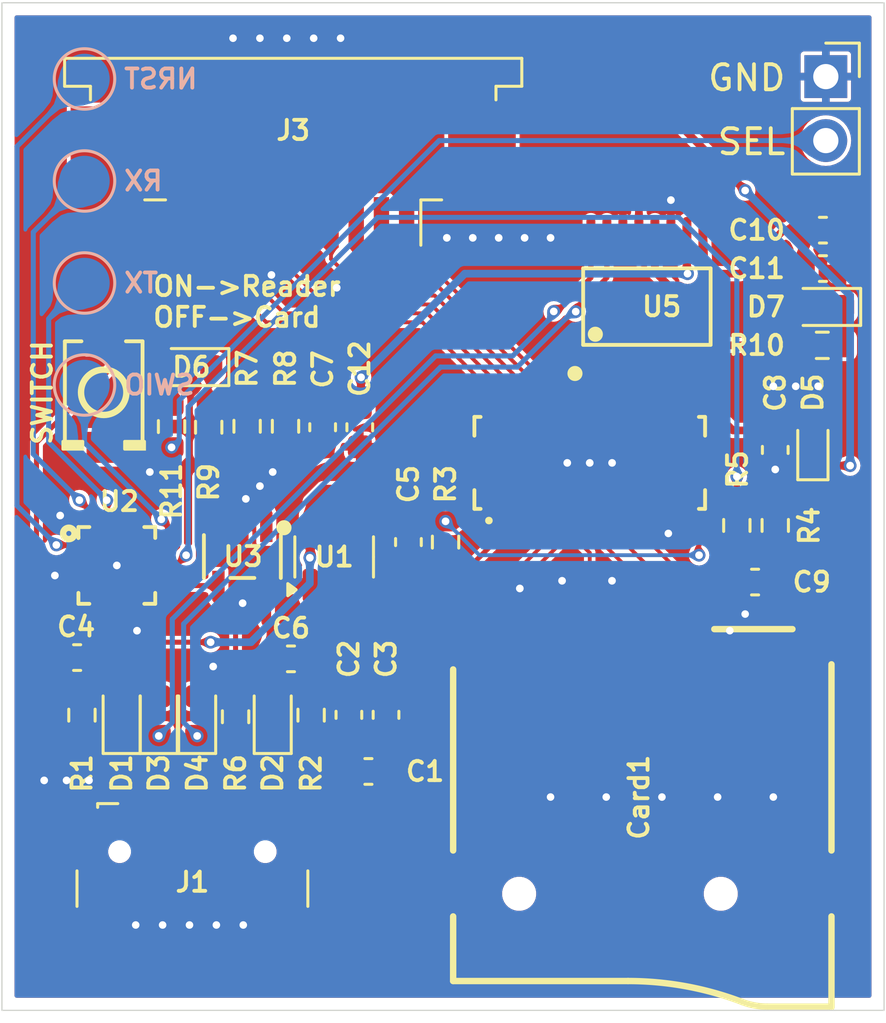
<source format=kicad_pcb>
(kicad_pcb (version 20240108) (generator "pcbnew") (generator_version "8.0")
  (title_block (date "2024-12-13") (rev "1"))
  (layers (0 "F.Cu" signal) (31 "B.Cu" signal) (34 "B.Paste" user) (35 "F.Paste" user) (36 "B.SilkS" user "B.Silkscreen") (37 "F.SilkS" user "F.Silkscreen") (38 "B.Mask" user) (39 "F.Mask" user) (44 "Edge.Cuts" user))
  (net 0 "")
  (net 1 "VBUS-USB")
  (net 2 "GND")
  (net 3 "VCC-3V3-LDO")
  (net 4 "VCC-READ")
  (net 5 "Net-(D5-A)")
  (net 6 "VDD-3V3")
  (net 7 "/CC1")
  (net 8 "/CC2")
  (net 9 "/D-")
  (net 10 "/D+")
  (net 11 "VCC-CARD")
  (net 12 "Net-(D6-K)")
  (net 13 "Net-(D7-K)")
  (net 16 "/SDC-CARD-CMD")
  (net 17 "/SDC-CARD-CLK")
  (net 18 "/SDC-CARD-D1")
  (net 19 "/SDC-CARD-D2")
  (net 20 "/SDC-CARD-D3")
  (net 21 "/SDC-CARD-D0")
  (net 22 "/SDC-CONN-CMD")
  (net 23 "/SDC-CONN-D0")
  (net 24 "/SDC-CONN-D2")
  (net 25 "/SDC-CONN-D1")
  (net 26 "/SDC-CONN-D3")
  (net 27 "/SDC-CONN-CLK")
  (net 28 "/READ-VCC-EN")
  (net 29 "Net-(U3-ISET)")
  (net 30 "Net-(U4-EN)")
  (net 31 "Net-(U4-SEL1)")
  (net 32 "/SEL")
  (net 33 "/SEL1-LED")
  (net 34 "/LED-READ")
  (net 35 "/SEL-BTN")
  (net 36 "Net-(U2-PD7{slash}NRST{slash}T2CH4)")
  (net 37 "Net-(U2-PD6{slash}A6{slash}URX)")
  (net 38 "Net-(U2-PD5{slash}A5{slash}UTX)")
  (net 39 "Net-(U2-PD1{slash}SWIO{slash}AETR2)")
  (net 55 "/SDC-READ-D0")
  (net 58 "/SDC-READ-CMD")
  (net 65 "/SDC-READ-D3")
  (net 66 "/SDC-READ-CLK")
  (net 67 "/SDC-READ-D2")
  (net 76 "/SDC-READ-D1")
  (footprint "from-lceda:SW-SMD_L3.9-W3.0-P4.45" (layer "F.Cu") (at 155.3464 95.4892 -90)
    (property "Reference" "SW1" (hide yes))
    (property "Value" "TS-1088-AR02016" (hide yes))
  )
  (footprint "Resistor_SMD:R_0603_1608Metric" (layer "F.Cu") (at 161.036 96.837 -90)
    (property "Reference" "R7")
    (property "Value" "6.8K" (hide yes))
  )
  (footprint "Diode_SMD:D_0603_1608Metric" (layer "F.Cu") (at 157.5308 108.3434 90)
    (property "Reference" "D3")
    (property "Value" "PESD0603-240" (hide yes))
  )
  (footprint "Resistor_SMD:R_0603_1608Metric" (layer "F.Cu") (at 183.8585 93.6244 180)
    (property "Reference" "R10")
    (property "Value" "1K" (hide yes))
  )
  (footprint "Package_TO_SOT_SMD:SOT-23-5" (layer "F.Cu") (at 164.4904 102.0245 90)
    (property "Reference" "U1")
    (property "Value" "ME6211C33M5" (hide yes))
  )
  (footprint "Resistor_SMD:R_0603_1608Metric" (layer "F.Cu") (at 163.576 108.3059 90)
    (property "Reference" "R2")
    (property "Value" "5.1K" (hide yes))
  )
  (footprint "Capacitor_SMD:C_0603_1608Metric" (layer "F.Cu") (at 162.7762 106.0704)
    (property "Reference" "C6")
    (property "Value" "2.2uF" (hide yes))
  )
  (footprint "from-lceda:SSOP-16_L4.9-W3.9-P0.64-LS6.0-BL" (layer "F.Cu") (at 176.8978 92.087)
    (property "Reference" "U5")
    (property "Value" "GL823K-HCY04" (hide yes))
  )
  (footprint "from-lceda:QFN-20_L3.0-W3.0-P0.40-TL-EP1.7" (layer "F.Cu") (at 155.867 102.362)
    (property "Reference" "U2")
    (property "Value" "CH32V003F4U6" (hide yes))
  )
  (footprint "Capacitor_SMD:C_0603_1608Metric" (layer "F.Cu") (at 181.991 97.777 -90)
    (property "Reference" "C8")
    (property "Value" "2.2uF" (hide yes))
  )
  (footprint "Capacitor_SMD:C_0603_1608Metric" (layer "F.Cu") (at 183.8835 90.5764)
    (property "Reference" "C11")
    (property "Value" "100nF" (hide yes))
  )
  (footprint "Capacitor_SMD:C_0603_1608Metric" (layer "F.Cu") (at 154.292 106.0196)
    (property "Reference" "C4")
    (property "Value" "0.1uF" (hide yes))
  )
  (footprint "Capacitor_SMD:C_0603_1608Metric" (layer "F.Cu") (at 183.8835 89.0524)
    (property "Reference" "C10")
    (property "Value" "2.2uF" (hide yes))
  )
  (footprint "Diode_SMD:D_0603_1608Metric" (layer "F.Cu") (at 156.0576 108.3434 90)
    (property "Reference" "D1")
    (property "Value" "PESD0603-240" (hide yes))
  )
  (footprint "Resistor_SMD:R_0603_1608Metric" (layer "F.Cu") (at 158.0388 96.8492 -90)
    (property "Reference" "R11")
    (property "Value" "10K" (hide yes))
  )
  (footprint "Resistor_SMD:R_0603_1608Metric" (layer "F.Cu") (at 154.4828 108.3059 90)
    (property "Reference" "R1")
    (property "Value" "5.1K" (hide yes))
  )
  (footprint "from-lceda:WFQFN-42_L9.0-W3.5-P0.50-BL-EP" (layer "F.Cu") (at 174.627999 98.291)
    (property "Reference" "U4" (hide yes))
    (property "Value" "TS3DV642A0RUAR" (hide yes))
  )
  (footprint "Diode_SMD:D_SOD-523" (layer "F.Cu") (at 183.484849 97.702 90)
    (property "Reference" "D5")
    (property "Value" "D_Schottky" (hide yes))
  )
  (footprint "LED_SMD:LED_0603_1608Metric" (layer "F.Cu") (at 183.896 92.1004 180)
    (property "Reference" "D7")
    (property "Value" "LED" (hide yes))
  )
  (footprint "Connector_PinSocket_2.54mm:PinSocket_1x02_P2.54mm_Vertical" (layer "F.Cu") (at 183.9976 82.9564)
    (property "Reference" "J2" (hide yes))
    (property "Value" "Conn_01x02_Pin" (hide yes))
  )
  (footprint "Diode_SMD:D_0603_1608Metric" (layer "F.Cu") (at 159.0548 108.3434 90)
    (property "Reference" "D4")
    (property "Value" "PESD0603-240" (hide yes))
  )
  (footprint "Resistor_SMD:R_0603_1608Metric" (layer "F.Cu") (at 160.5788 108.3686 -90)
    (property "Reference" "R6")
    (property "Value" "100K" (hide yes))
  )
  (footprint "Connector_USB:USB_C_Receptacle_GCT_USB4110" (layer "F.Cu") (at 158.8666 116.332)
    (property "Reference" "J1")
    (property "Value" "USB_C_Receptacle_USB2.0_16P" (hide yes))
  )
  (footprint "LED_SMD:LED_0603_1608Metric" (layer "F.Cu") (at 158.8263 94.488 180)
    (property "Reference" "D6")
    (property "Value" "LED" (hide yes))
  )
  (footprint "Resistor_SMD:R_0603_1608Metric" (layer "F.Cu") (at 181.991 100.774 90)
    (property "Reference" "R4")
    (property "Value" "10K" (hide yes))
  )
  (footprint "Resistor_SMD:R_0603_1608Metric" (layer "F.Cu") (at 159.512 96.8756 -90)
    (property "Reference" "R9")
    (property "Value" "1K" (hide yes))
  )
  (footprint "Capacitor_SMD:C_0603_1608Metric" (layer "F.Cu") (at 166.5478 108.2926 -90)
    (property "Reference" "C3")
    (property "Value" "1uF" (hide yes))
  )
  (footprint "from-lceda:SOT-23-5_L3.0-W1.7-P0.95-LS2.8-BL" (layer "F.Cu") (at 160.848 102.008 180)
    (property "Reference" "U3")
    (property "Value" "SY6280AAC" (hide yes))
  )
  (footprint "Capacitor_SMD:C_0603_1608Metric" (layer "F.Cu") (at 165.0746 108.2932 90)
    (property "Reference" "C2")
    (property "Value" "2.2uF" (hide yes))
  )
  (footprint "Connector_FFC-FPC:TE_1-84952-0_1x10-1MP_P1.0mm_Horizontal" (layer "F.Cu") (at 162.8648 86.94 180)
    (property "Reference" "J3")
    (property "Value" "Conn_01x10_MountingPin" (hide yes))
  )
  (footprint "Capacitor_SMD:C_0603_1608Metric" (layer "F.Cu") (at 165.8496 110.5408)
    (property "Reference" "C1")
    (property "Value" "2.2uF" (hide yes))
  )
  (footprint "Resistor_SMD:R_0603_1608Metric" (layer "F.Cu") (at 180.467 100.774 -90)
    (property "Reference" "R5")
    (property "Value" "10K" (hide yes))
  )
  (footprint "Resistor_SMD:R_0603_1608Metric" (layer "F.Cu") (at 168.91 101.4354 -90)
    (property "Reference" "R3")
    (property "Value" "10K" (hide yes))
  )
  (footprint "Capacitor_SMD:C_0603_1608Metric" (layer "F.Cu") (at 164.0332 96.8756 90)
    (property "Reference" "C7")
    (property "Value" "2.2uF" (hide yes))
  )
  (footprint "Capacitor_SMD:C_0603_1608Metric" (layer "F.Cu") (at 165.5064 96.8756 -90)
    (property "Reference" "C12")
    (property "Value" "2.2uF" (hide yes))
  )
  (footprint "Diode_SMD:D_0603_1608Metric" (layer "F.Cu") (at 162.052 108.3434 90)
    (property "Reference" "D2")
    (property "Value" "PESD0603-240" (hide yes))
  )
  (footprint "Capacitor_SMD:C_0603_1608Metric" (layer "F.Cu") (at 181.1906 103.0224 180)
    (property "Reference" "C9")
    (property "Value" "2.2uF" (hide yes))
  )
  (footprint "Resistor_SMD:R_0603_1608Metric" (layer "F.Cu") (at 162.56 96.837 90)
    (property "Reference" "R8")
    (property "Value" "6.8K" (hide yes))
  )
  (footprint "Capacitor_SMD:C_0603_1608Metric" (layer "F.Cu") (at 167.4368 101.4346 -90)
    (property "Reference" "C5")
    (property "Value" "1uF" (hide yes))
  )
  (footprint "from-lceda:TF-SMD_TF-15-15" (layer "F.Cu") (at 176.58 109.7965 -90)
    (property "Reference" "Card1")
    (property "Value" "TF-15×15" (hide yes))
  )
  (footprint "TestPoint:TestPoint_Pad_D2.0mm" (layer "B.Cu") (at 154.5844 91.1492 180)
    (property "Reference" "TP3" (hide yes))
    (property "Value" "TX" (hide yes))
  )
  (footprint "TestPoint:TestPoint_Pad_D2.0mm" (layer "B.Cu") (at 154.5844 87.0992 180)
    (property "Reference" "TP2" (hide yes))
    (property "Value" "RX" (hide yes))
  )
  (footprint "TestPoint:TestPoint_Pad_D2.0mm" (layer "B.Cu") (at 154.5844 83.0492 180)
    (property "Reference" "TP1" (hide yes))
    (property "Value" "NRST" (hide yes))
  )
  (footprint "TestPoint:TestPoint_Pad_D2.0mm" (layer "B.Cu") (at 154.5844 95.1992 180)
    (property "Reference" "TP4" (hide yes))
    (property "Value" "SWIO" (hide yes))
  )
  (gr_rect (start 151.3084 80.0252) (end 186.3084 120.0252) (stroke (width 0.05)) (fill none) (layer "Edge.Cuts"))
  (gr_text "TX" (at 156.830485 91.1492 0) (layer "B.SilkS") (effects (font (size 0.762 0.762) (thickness 0.1524)) (justify mirror)))
  (gr_text "RX" (at 156.9212 87.0992 0) (layer "B.SilkS") (effects (font (size 0.762 0.762) (thickness 0.1524)) (justify mirror)))
  (gr_text "NRST" (at 157.610628 83.0492 0) (layer "B.SilkS") (effects (font (size 0.762 0.762) (thickness 0.1524)) (justify mirror)))
  (gr_text "SWIO" (at 157.5562 95.1992 0) (layer "B.SilkS") (effects (font (size 0.762 0.762) (thickness 0.1524)) (justify mirror)))
  (gr_text "SWITCH" (at 152.908 95.504 90) (layer "F.SilkS") (effects (font (size 0.762 0.762) (thickness 0.1524))))
  (gr_text "SEL" (at 181.0512 85.5472 0) (layer "F.SilkS") (effects (font (size 1 1))))
  (gr_text "GND" (at 180.860724 83.0072 0) (layer "F.SilkS") (effects (font (size 1 1))))
  (gr_text "ON->Reader\nOFF->Card" (at 157.226 91.8972 0) (layer "F.SilkS") (effects (font (size 0.762 0.762) (thickness 0.1524)) (justify left)))
  (segment (start 166.5478 107.5176) (end 166.5478 103.759) (width 0.381) (layer "F.Cu") (net 1))
  (segment (start 163.5404 103.162) (end 161.798 103.162) (width 0.381) (layer "F.Cu") (net 1))
  (segment (start 165.9508 103.162) (end 165.4404 103.162) (width 0.381) (layer "F.Cu") (net 1))
  (segment (start 165.0746 110.5408) (end 164.1094 111.506) (width 0.381) (layer "F.Cu") (net 1))
  (segment (start 157.184001 113.9444) (end 160.6296 113.9444) (width 0.381) (layer "F.Cu") (net 1))
  (segment (start 165.0746 108.9908) (end 166.5478 107.5176) (width 0.381) (layer "F.Cu") (net 1))
  (segment (start 161.6456 111.506) (end 161.2666 111.885) (width 0.381) (layer "F.Cu") (net 1))
  (segment (start 161.2666 113.3074) (end 161.2666 112.652) (width 0.381) (layer "F.Cu") (net 1))
  (segment (start 166.5478 103.759) (end 165.9508 103.162) (width 0.381) (layer "F.Cu") (net 1))
  (segment (start 165.4404 104.0536) (end 164.9984 104.4956) (width 0.381) (layer "F.Cu") (net 1))
  (segment (start 161.2666 111.885) (end 161.2666 112.652) (width 0.381) (layer "F.Cu") (net 1))
  (segment (start 161.798 103.162) (end 161.798 104.5972) (width 0.381) (layer "F.Cu") (net 1))
  (segment (start 165.0746 109.0682) (end 165.0746 108.9908) (width 0.381) (layer "F.Cu") (net 1))
  (segment (start 163.9824 104.4956) (end 163.5404 104.0536) (width 0.381) (layer "F.Cu") (net 1))
  (segment (start 163.5404 104.0536) (end 163.5404 103.162) (width 0.381) (layer "F.Cu") (net 1))
  (segment (start 164.1094 111.506) (end 161.6456 111.506) (width 0.381) (layer "F.Cu") (net 1))
  (segment (start 165.4404 103.162) (end 165.4404 104.0536) (width 0.381) (layer "F.Cu") (net 1))
  (segment (start 156.4666 112.652) (end 156.4666 113.226999) (width 0.381) (layer "F.Cu") (net 1))
  (segment (start 164.9984 104.4956) (end 163.9824 104.4956) (width 0.381) (layer "F.Cu") (net 1))
  (segment (start 162.0012 104.8004) (end 162.0012 106.0704) (width 0.381) (layer "F.Cu") (net 1))
  (segment (start 165.0746 109.0682) (end 165.0746 110.5408) (width 0.381) (layer "F.Cu") (net 1))
  (segment (start 161.798 104.5972) (end 162.0012 104.8004) (width 0.381) (layer "F.Cu") (net 1))
  (segment (start 156.4666 113.226999) (end 157.184001 113.9444) (width 0.381) (layer "F.Cu") (net 1))
  (segment (start 160.6296 113.9444) (end 161.2666 113.3074) (width 0.381) (layer "F.Cu") (net 1))
  (segment (start 153.4096 102.762) (end 154.367 102.762) (width 0.2) (layer "F.Cu") (net 2))
  (via (at 175.516999 98.291) (size 0.508) (drill 0.3048) (layers "F.Cu" "B.Cu") (net 2))
  (via (at 153.4096 102.762) (size 0.508) (drill 0.3048) (layers "F.Cu" "B.Cu") (net 2))
  (via (at 162.052 98.6536) (size 0.508) (drill 0.3048) (layers "F.Cu" "B.Cu") (net 2))
  (via (at 160.8836 116.6368) (size 0.6) (drill 0.3) (layers "F.Cu" "B.Cu") (net 2))
  (via (at 159.6898 106.3752) (size 0.508) (drill 0.3048) (layers "F.Cu" "B.Cu") (net 2))
  (via (at 168.9608 89.3572) (size 0.508) (drill 0.3048) (layers "F.Cu" "B.Cu") (net 2))
  (via (at 181.991 98.552) (size 0.508) (drill 0.3048) (layers "F.Cu" "B.Cu") (net 2))
  (via (at 154.7622 110.8964) (size 0.508) (drill 0.3048) (layers "F.Cu" "B.Cu") (net 2))
  (via (at 175.514 102.9716) (size 0.508) (drill 0.3048) (layers "F.Cu" "B.Cu") (net 2))
  (via (at 156.6164 116.6368) (size 0.6) (drill 0.3) (layers "F.Cu" "B.Cu") (net 2))
  (via (at 174.629999 98.291) (size 0.508) (drill 0.3048) (layers "F.Cu" "B.Cu") (net 2))
  (via (at 173.738999 98.291) (size 0.508) (drill 0.3048) (layers "F.Cu" "B.Cu") (net 2))
  (via (at 162.0012 90.8304) (size 0.508) (drill 0.3048) (layers "F.Cu" "B.Cu") (net 2))
  (via (at 152.9842 110.8964) (size 0.508) (drill 0.3048) (layers "F.Cu" "B.Cu") (net 2))
  (via (at 163.6776 81.4324) (size 0.6) (drill 0.3) (layers "F.Cu" "B.Cu") (net 2))
  (via (at 173.5328 102.9716) (size 0.508) (drill 0.3048) (layers "F.Cu" "B.Cu") (net 2))
  (via (at 162.6108 81.4324) (size 0.6) (drill 0.3) (layers "F.Cu" "B.Cu") (net 2))
  (via (at 177.8508 87.8586) (size 0.508) (drill 0.3048) (layers "F.Cu" "B.Cu") (net 2))
  (via (at 179.705 111.5568) (size 0.6) (drill 0.3) (layers "F.Cu" "B.Cu") (net 2))
  (via (at 161.544 81.4324) (size 0.6) (drill 0.3) (layers "F.Cu" "B.Cu") (net 2))
  (via (at 153.6192 100.3808) (size 0.508) (drill 0.3048) (layers "F.Cu" "B.Cu") (net 2))
  (via (at 171.0182 89.3572) (size 0.508) (drill 0.3048) (layers "F.Cu" "B.Cu") (net 2))
  (via (at 183.6928 95.25) (size 0.508) (drill 0.3048) (layers "F.Cu" "B.Cu") (net 2))
  (via (at 181.9148 111.5568) (size 0.6) (drill 0.3) (layers "F.Cu" "B.Cu") (net 2))
  (via (at 156.6672 104.9528) (size 0.508) (drill 0.3048) (layers "F.Cu" "B.Cu") (net 2))
  (via (at 180.1876 104.9528) (size 0.6) (drill 0.3) (layers "F.Cu" "B.Cu") (net 2))
  (via (at 157.6832 116.6368) (size 0.6) (drill 0.3) (layers "F.Cu" "B.Cu") (net 2))
  (via (at 153.8732 110.8964) (size 0.508) (drill 0.3048) (layers "F.Cu" "B.Cu") (net 2))
  (via (at 161.544 99.2124) (size 0.508) (drill 0.3048) (layers "F.Cu" "B.Cu") (net 2))
  (via (at 182.8038 95.25) (size 0.508) (drill 0.3048) (layers "F.Cu" "B.Cu") (net 2))
  (via (at 158.75 116.6368) (size 0.6) (drill 0.3) (layers "F.Cu" "B.Cu") (net 2))
  (via (at 171.8564 103.2764) (size 0.508) (drill 0.3048) (layers "F.Cu" "B.Cu") (net 2))
  (via (at 160.8582 103.8606) (size 0.508) (drill 0.3048) (layers "F.Cu" "B.Cu") (net 2))
  (via (at 177.4952 111.5568) (size 0.6) (drill 0.3) (layers "F.Cu" "B.Cu") (net 2))
  (via (at 169.9895 89.3572) (size 0.508) (drill 0.3048) (layers "F.Cu" "B.Cu") (net 2))
  (via (at 159.8168 116.6368) (size 0.6) (drill 0.3) (layers "F.Cu" "B.Cu") (net 2))
  (via (at 181.9148 95.25) (size 0.508) (drill 0.3048) (layers "F.Cu" "B.Cu") (net 2))
  (via (at 160.9852 99.7204) (size 0.508) (drill 0.3048) (layers "F.Cu" "B.Cu") (net 2))
  (via (at 164.592 91.3384) (size 0.508) (drill 0.3048) (layers "F.Cu" "B.Cu") (net 2))
  (via (at 172.0469 89.3572) (size 0.508) (drill 0.3048) (layers "F.Cu" "B.Cu") (net 2))
  (via (at 157.1752 98.6536) (size 0.508) (drill 0.3048) (layers "F.Cu" "B.Cu") (net 2))
  (via (at 164.7444 81.4324) (size 0.6) (drill 0.3) (layers "F.Cu" "B.Cu") (net 2))
  (via (at 173.0756 89.3572) (size 0.508) (drill 0.3048) (layers "F.Cu" "B.Cu") (net 2))
  (via (at 175.2854 111.5568) (size 0.6) (drill 0.3) (layers "F.Cu" "B.Cu") (net 2))
  (via (at 180.7972 104.2924) (size 0.6) (drill 0.3) (layers "F.Cu" "B.Cu") (net 2))
  (via (at 173.0756 111.5568) (size 0.6) (drill 0.3) (layers "F.Cu" "B.Cu") (net 2))
  (via (at 177.7492 101.092) (size 0.6) (drill 0.3) (layers "F.Cu" "B.Cu") (net 2))
  (via (at 160.4772 81.4324) (size 0.6) (drill 0.3) (layers "F.Cu" "B.Cu") (net 2))
  (via (at 155.867 102.362) (size 0.508) (drill 0.3048) (layers "F.Cu" "B.Cu") (net 2))
  (segment (start 152.6794 97.4852) (end 155.6766 94.488) (width 0.2) (layer "F.Cu") (net 3))
  (segment (start 167.4368 100.6596) (end 168.8608 100.6596) (width 0.3048) (layer "F.Cu") (net 3))
  (segment (start 158.0388 96.0242) (end 158.0388 94.488) (width 0.199898) (layer "F.Cu") (net 3))
  (segment (start 166.878 99.314) (end 167.4368 99.8728) (width 0.3048) (layer "F.Cu") (net 3))
  (segment (start 181.844 100.9958) (end 181.991 101.1428) (width 0.1524) (layer "F.Cu") (net 3))
  (segment (start 168.8608 100.6596) (end 168.91 100.6104) (width 0.3048) (layer "F.Cu") (net 3))
  (segment (start 163.5404 100.887) (end 163.5404 99.8322) (width 0.3048) (layer "F.Cu") (net 3))
  (segment (start 170.629999 100.438801) (end 170.4584 100.6104) (width 0.199898) (layer "F.Cu") (net 3))
  (segment (start 155.067 106.0196) (end 155.067 103.862) (width 0.2) (layer "F.Cu") (net 3))
  (segment (start 155.6766 94.488) (end 158.0388 94.488) (width 0.2) (layer "F.Cu") (net 3))
  (segment (start 164.0586 99.314) (end 166.878 99.314) (width 0.3048) (layer "F.Cu") (net 3))
  (segment (start 181.991 101.1428) (end 181.991 101.599) (width 0.1524) (layer "F.Cu") (net 3))
  (segment (start 157.5054 105.41) (end 156.8958 106.0196) (width 0.2) (layer "F.Cu") (net 3))
  (segment (start 159.5882 105.41) (end 157.5054 105.41) (width 0.2) (layer "F.Cu") (net 3))
  (segment (start 170.629999 99.949) (end 170.629999 100.438801) (width 0.199898) (layer "F.Cu") (net 3))
  (segment (start 163.5252 102.0572) (end 163.5404 102.042) (width 0.3048) (layer "F.Cu") (net 3))
  (segment (start 156.8958 106.0196) (end 155.067 106.0196) (width 0.2) (layer "F.Cu") (net 3))
  (segment (start 170.4584 100.6104) (end 168.91 100.6104) (width 0.199898) (layer "F.Cu") (net 3))
  (segment (start 178.9684 101.9556) (end 178.9684 101.5492) (width 0.1524) (layer "F.Cu") (net 3))
  (segment (start 167.4368 99.8728) (end 167.4368 100.6596) (width 0.3048) (layer "F.Cu") (net 3))
  (segment (start 163.5404 99.8322) (end 164.0586 99.314) (width 0.3048) (layer "F.Cu") (net 3))
  (segment (start 155.067 106.0196) (end 152.6794 103.632) (width 0.2) (layer "F.Cu") (net 3))
  (segment (start 178.9684 101.5492) (end 179.5218 100.9958) (width 0.1524) (layer "F.Cu") (net 3))
  (segment (start 163.5404 102.042) (end 163.5404 100.887) (width 0.3048) (layer "F.Cu") (net 3))
  (segment (start 152.6794 103.632) (end 152.6794 97.4852) (width 0.2) (layer "F.Cu") (net 3))
  (segment (start 179.5218 100.9958) (end 181.844 100.9958) (width 0.1524) (layer "F.Cu") (net 3))
  (via (at 168.91 100.6104) (size 0.508) (drill 0.3048) (layers "F.Cu" "B.Cu") (net 3))
  (via (at 159.5882 105.41) (size 0.508) (drill 0.3048) (layers "F.Cu" "B.Cu") (net 3))
  (via (at 178.9684 101.9556) (size 0.508) (drill 0.3048) (layers "F.Cu" "B.Cu") (net 3))
  (via (at 163.5252 102.0572) (size 0.508) (drill 0.3048) (layers "F.Cu" "B.Cu") (net 3))
  (segment (start 168.91 100.6104) (end 170.2552 101.9556) (width 0.1524) (layer "B.Cu") (net 3))
  (segment (start 170.2552 101.9556) (end 178.9684 101.9556) (width 0.1524) (layer "B.Cu") (net 3))
  (segment (start 161.1884 105.41) (end 163.5252 103.0732) (width 0.3048) (layer "B.Cu") (net 3))
  (segment (start 163.5252 103.0732) (end 163.5252 102.0572) (width 0.3048) (layer "B.Cu") (net 3))
  (segment (start 159.5882 105.41) (end 161.1884 105.41) (width 0.3048) (layer "B.Cu") (net 3))
  (segment (start 164.0202 97.6506) (end 164.0332 97.6506) (width 0.3048) (layer "F.Cu") (net 4))
  (segment (start 164.0332 97.6376) (end 164.0332 97.6506) (width 0.3048) (layer "F.Cu") (net 4))
  (segment (start 161.798 100.854) (end 161.798 99.8728) (width 0.3048) (layer "F.Cu") (net 4))
  (segment (start 178.4858 90.7542) (end 178.4858 89.432) (width 0.3048) (layer "F.Cu") (net 4))
  (segment (start 178.5112 90.7796) (end 178.4858 90.7542) (width 0.3048) (layer "F.Cu") (net 4))
  (segment (start 165.5572 94.8944) (end 165.5572 96.1136) (width 0.3048) (layer "F.Cu") (net 4))
  (segment (start 165.5572 96.1136) (end 164.0332 97.6376) (width 0.3048) (layer "F.Cu") (net 4))
  (segment (start 161.798 99.8728) (end 164.0202 97.6506) (width 0.3048) (layer "F.Cu") (net 4))
  (via (at 165.5572 94.8944) (size 0.508) (drill 0.3048) (layers "F.Cu" "B.Cu") (net 4))
  (via (at 178.5112 90.7796) (size 0.508) (drill 0.3048) (layers "F.Cu" "B.Cu") (net 4))
  (segment (start 169.672 90.7796) (end 178.5112 90.7796) (width 0.3048) (layer "B.Cu") (net 4))
  (segment (start 165.5572 94.8944) (end 169.672 90.7796) (width 0.3048) (layer "B.Cu") (net 4))
  (segment (start 179.1208 95.8088) (end 180.314 97.002) (width 0.3048) (layer "F.Cu") (net 5))
  (segment (start 180.314 97.002) (end 181.991 97.002) (width 0.3048) (layer "F.Cu") (net 5))
  (segment (start 179.1208 94.742) (end 179.1208 95.8088) (width 0.3048) (layer "F.Cu") (net 5))
  (segment (start 181.991 97.002) (end 183.484849 97.002) (width 0.3048) (layer "F.Cu") (net 5))
  (segment (start 177.3428 87.0204) (end 178.4604 87.0204) (width 0.3048) (layer "F.Cu") (net 6))
  (segment (start 180.594 90.7796) (end 182.3212 89.0524) (width 0.3048) (layer "F.Cu") (net 6))
  (segment (start 178.4604 87.0204) (end 179.1208 87.6808) (width 0.3048) (layer "F.Cu") (net 6))
  (segment (start 179.5272 90.7796) (end 180.594 90.7796) (width 0.3048) (layer "F.Cu") (net 6))
  (segment (start 179.1208 87.6808) (end 179.1208 89.432) (width 0.3048) (layer "F.Cu") (net 6))
  (segment (start 179.1208 89.432) (end 179.1208 90.3732) (width 0.3048) (layer "F.Cu") (net 6))
  (segment (start 179.1208 90.3732) (end 179.5272 90.7796) (width 0.3048) (layer "F.Cu") (net 6))
  (segment (start 176.5808 87.7824) (end 177.3428 87.0204) (width 0.3048) (layer "F.Cu") (net 6))
  (segment (start 182.3212 89.0524) (end 183.1085 89.0524) (width 0.3048) (layer "F.Cu") (net 6))
  (segment (start 183.1085 89.0524) (end 183.1085 90.5764) (width 0.3048) (layer "F.Cu") (net 6))
  (segment (start 176.5808 89.432) (end 176.5808 87.7824) (width 0.3048) (layer "F.Cu") (net 6))
  (segment (start 183.1085 90.5764) (end 183.1085 92.1004) (width 0.3048) (layer "F.Cu") (net 6))
  (segment (start 156.0576 109.1309) (end 154.4828 109.1309) (width 0.2) (layer "F.Cu") (net 7))
  (segment (start 157.6166 110.6899) (end 156.0576 109.1309) (width 0.2) (layer "F.Cu") (net 7))
  (segment (start 157.6166 112.652) (end 157.6166 110.6899) (width 0.2) (layer "F.Cu") (net 7))
  (segment (start 162.052 110.0836) (end 160.6166 111.519) (width 0.2) (layer "F.Cu") (net 8))
  (segment (start 162.052 109.1309) (end 163.576 109.1309) (width 0.2) (layer "F.Cu") (net 8))
  (segment (start 162.052 109.1309) (end 162.052 110.0836) (width 0.2) (layer "F.Cu") (net 8))
  (segment (start 160.6166 111.519) (end 160.6166 112.652) (width 0.2) (layer "F.Cu") (net 8))
  (segment (start 158.1166 112.652) (end 158.1166 110.3646) (width 0.2) (layer "F.Cu") (net 9))
  (segment (start 173.2026 92.2782) (end 173.341398 92.2782) (width 0.2) (layer "F.Cu") (net 9))
  (segment (start 158.9786 113.4872) (end 159.1166 113.3492) (width 0.2) (layer "F.Cu") (net 9))
  (segment (start 158.1166 113.3618) (end 158.242 113.4872) (width 0.2) (layer "F.Cu") (net 9))
  (segment (start 157.5308 109.7788) (end 157.5308 109.1309) (width 0.2) (layer "F.Cu") (net 9))
  (segment (start 158.1166 112.652) (end 158.1166 113.3618) (width 0.2) (layer "F.Cu") (net 9))
  (segment (start 174.6758 90.943798) (end 174.6758 89.432) (width 0.2) (layer "F.Cu") (net 9))
  (segment (start 159.1166 113.3492) (end 159.1166 112.652) (width 0.2) (layer "F.Cu") (net 9))
  (segment (start 158.242 113.4872) (end 158.9786 113.4872) (width 0.2) (layer "F.Cu") (net 9))
  (segment (start 173.341398 92.2782) (end 174.6758 90.943798) (width 0.2) (layer "F.Cu") (net 9))
  (segment (start 158.1166 110.3646) (end 157.5308 109.7788) (width 0.2) (layer "F.Cu") (net 9))
  (via (at 173.2026 92.2782) (size 0.508) (drill 0.3048) (layers "F.Cu" "B.Cu") (net 9))
  (via (at 157.5308 109.1309) (size 0.508) (drill 0.3048) (layers "F.Cu" "B.Cu") (net 9))
  (segment (start 168.517147 94.044698) (end 158.067799 104.494046) (width 0.2) (layer "B.Cu") (net 9))
  (segment (start 173.2026 92.417854) (end 171.575756 94.044698) (width 0.2) (layer "B.Cu") (net 9))
  (segment (start 158.067799 104.494046) (end 158.067799 108.593901) (width 0.2) (layer "B.Cu") (net 9))
  (segment (start 171.575756 94.044698) (end 168.517147 94.044698) (width 0.2) (layer "B.Cu") (net 9))
  (segment (start 158.067799 108.593901) (end 157.5308 109.1309) (width 0.2) (layer "B.Cu") (net 9))
  (segment (start 173.2026 92.2782) (end 173.2026 92.417854) (width 0.2) (layer "B.Cu") (net 9))
  (segment (start 159.0548 109.9312) (end 159.0548 109.1309) (width 0.2) (layer "F.Cu") (net 10))
  (segment (start 158.616837 111.625221) (end 158.801037 111.809421) (width 0.2) (layer "F.Cu") (net 10))
  (segment (start 158.6166 112.652) (end 158.6166 111.7092) (width 0.2) (layer "F.Cu") (net 10))
  (segment (start 158.6166 110.3694) (end 159.0548 109.9312) (width 0.2) (layer "F.Cu") (net 10))
  (segment (start 174.07458 92.174956) (end 175.3108 90.938736) (width 0.2) (layer "F.Cu") (net 10))
  (segment (start 158.6166 112.652) (end 158.6166 111.995) (width 0.2) (layer "F.Cu") (net 10))
  (segment (start 158.6166 111.995) (end 158.8008 111.8108) (width 0.2) (layer "F.Cu") (net 10))
  (segment (start 158.6166 111.7092) (end 158.6166 110.3694) (width 0.2) (layer "F.Cu") (net 10))
  (segment (start 159.6166 112.017) (end 159.6166 112.652) (width 0.2) (layer "F.Cu") (net 10))
  (segment (start 174.07458 92.28658) (end 174.07458 92.174956) (width 0.2) (layer "F.Cu") (net 10))
  (segment (start 159.4104 111.8108) (end 159.6166 112.017) (width 0.2) (layer "F.Cu") (net 10))
  (segment (start 175.3108 90.938736) (end 175.3108 89.432) (width 0.2) (layer "F.Cu") (net 10))
  (segment (start 158.8008 111.8108) (end 159.4104 111.8108) (width 0.2) (layer "F.Cu") (net 10))
  (via (at 159.0548 109.1309) (size 0.508) (drill 0.3048) (layers "F.Cu" "B.Cu") (net 10))
  (via (at 174.07458 92.28658) (size 0.508) (drill 0.3048) (layers "F.Cu" "B.Cu") (net 10))
  (segment (start 173.95622 92.28658) (end 171.7548 94.488) (width 0.2) (layer "B.Cu") (net 10))
  (segment (start 171.7548 94.488) (end 168.712048 94.488) (width 0.2) (layer "B.Cu") (net 10))
  (segment (start 174.07458 92.28658) (end 173.95622 92.28658) (width 0.2) (layer "B.Cu") (net 10))
  (segment (start 158.517801 104.682247) (end 158.517801 108.593901) (width 0.2) (layer "B.Cu") (net 10))
  (segment (start 168.712048 94.488) (end 158.517801 104.682247) (width 0.2) (layer "B.Cu") (net 10))
  (segment (start 158.517801 108.593901) (end 159.0548 109.1309) (width 0.2) (layer "B.Cu") (net 10))
  (segment (start 176.276 82.9564) (end 180.7972 87.4776) (width 0.3048) (layer "F.Cu") (net 11))
  (segment (start 181.9656 103.0224) (end 181.9656 104.4956) (width 0.3048) (layer "F.Cu") (net 11))
  (segment (start 176.2252 106.1212) (end 175.73 105.626) (width 0.3048) (layer "F.Cu") (net 11))
  (segment (start 163.3648 87.0284) (end 167.4368 82.9564) (width 0.3048) (layer "F.Cu") (net 11))
  (segment (start 163.3648 88.74) (end 163.3648 87.0284) (width 0.3048) (layer "F.Cu") (net 11))
  (segment (start 180.34 106.1212) (end 176.2252 106.1212) (width 0.3048) (layer "F.Cu") (net 11))
  (segment (start 183.484849 98.402) (end 183.484849 101.503151) (width 0.3048) (layer "F.Cu") (net 11))
  (segment (start 184.9628 98.3996) (end 183.487249 98.3996) (width 0.3048) (layer "F.Cu") (net 11))
  (segment (start 175.73 105.626) (end 175.73 104.5455) (width 0.3048) (layer "F.Cu") (net 11))
  (segment (start 181.9656 104.4956) (end 180.34 106.1212) (width 0.3048) (layer "F.Cu") (net 11))
  (segment (start 183.484849 101.503151) (end 181.9656 103.0224) (width 0.3048) (layer "F.Cu") (net 11))
  (segment (start 183.487249 98.3996) (end 183.484849 98.402) (width 0.3048) (layer "F.Cu") (net 11))
  (segment (start 167.4368 82.9564) (end 176.276 82.9564) (width 0.3048) (layer "F.Cu") (net 11))
  (via (at 180.7972 87.4776) (size 0.508) (drill 0.3048) (layers "F.Cu" "B.Cu") (net 11))
  (via (at 184.9628 98.3996) (size 0.508) (drill 0.3048) (layers "F.Cu" "B.Cu") (net 11))
  (segment (start 184.9628 91.6432) (end 184.9628 98.3996) (width 0.3048) (layer "B.Cu") (net 11))
  (segment (start 180.7972 87.4776) (end 184.9628 91.6432) (width 0.3048) (layer "B.Cu") (net 11))
  (segment (start 159.6138 95.199) (end 159.6138 94.488) (width 0.199898) (layer "F.Cu") (net 12))
  (segment (start 159.512 95.3008) (end 159.6138 95.199) (width 0.199898) (layer "F.Cu") (net 12))
  (segment (start 159.512 96.0506) (end 159.512 95.3008) (width 0.199898) (layer "F.Cu") (net 12))
  (segment (start 184.6835 93.6244) (end 184.6835 92.1004) (width 0.199898) (layer "F.Cu") (net 13))
  (segment (start 175.129999 101.469999) (end 175.129999 99.949) (width 0.1524) (layer "F.Cu") (net 16))
  (segment (start 176.83 103.17) (end 175.129999 101.469999) (width 0.1524) (layer "F.Cu") (net 16))
  (segment (start 176.83 104.5455) (end 176.83 103.17) (width 0.1524) (layer "F.Cu") (net 16))
  (segment (start 174.63 104.5455) (end 174.63 101.859) (width 0.1524) (layer "F.Cu") (net 17))
  (segment (start 174.63 101.859) (end 174.129999 101.358999) (width 0.1524) (layer "F.Cu") (net 17))
  (segment (start 174.129999 101.358999) (end 174.129999 99.949) (width 0.1524) (layer "F.Cu") (net 17))
  (segment (start 173.129999 101.190001) (end 173.129999 99.949) (width 0.1524) (layer "F.Cu") (net 18))
  (segment (start 171.33 104.5455) (end 171.33 102.99) (width 0.1524) (layer "F.Cu") (net 18))
  (segment (start 171.33 102.99) (end 173.129999 101.190001) (width 0.1524) (layer "F.Cu") (net 18))
  (segment (start 176.129999 100.564999) (end 176.129999 99.949) (width 0.1524) (layer "F.Cu") (net 19))
  (segment (start 179.03 103.465) (end 176.129999 100.564999) (width 0.1524) (layer "F.Cu") (net 19))
  (segment (start 179.03 104.5455) (end 179.03 103.465) (width 0.1524) (layer "F.Cu") (net 19))
  (segment (start 177.93 103.381) (end 175.629999 101.080999) (width 0.1524) (layer "F.Cu") (net 20))
  (segment (start 177.93 104.5455) (end 177.93 103.381) (width 0.1524) (layer "F.Cu") (net 20))
  (segment (start 175.629999 101.080999) (end 175.629999 99.949) (width 0.1524) (layer "F.Cu") (net 20))
  (segment (start 173.629999 101.325001) (end 173.629999 99.949) (width 0.1524) (layer "F.Cu") (net 21))
  (segment (start 172.43 104.5455) (end 172.43 102.525) (width 0.1524) (layer "F.Cu") (net 21))
  (segment (start 172.43 102.525) (end 173.629999 101.325001) (width 0.1524) (layer "F.Cu") (net 21))
  (segment (start 165.8176 91.6496) (end 168.478437 91.6496) (width 0.1524) (layer "F.Cu") (net 22))
  (segment (start 164.3648 90.1968) (end 165.8176 91.6496) (width 0.1524) (layer "F.Cu") (net 22))
  (segment (start 172.629999 95.801162) (end 172.629999 96.633) (width 0.1524) (layer "F.Cu") (net 22))
  (segment (start 164.3648 88.74) (end 164.3648 90.1968) (width 0.1524) (layer "F.Cu") (net 22))
  (segment (start 168.478437 91.6496) (end 172.629999 95.801162) (width 0.1524) (layer "F.Cu") (net 22))
  (segment (start 162.5092 92.3544) (end 168.1865 92.3544) (width 0.1524) (layer "F.Cu") (net 23))
  (segment (start 171.629999 95.797899) (end 171.629999 96.633) (width 0.1524) (layer "F.Cu") (net 23))
  (segment (start 160.3648 88.74) (end 160.3648 90.21) (width 0.1524) (layer "F.Cu") (net 23))
  (segment (start 160.3648 90.21) (end 162.5092 92.3544) (width 0.1524) (layer "F.Cu") (net 23))
  (segment (start 168.1865 92.3544) (end 171.629999 95.797899) (width 0.1524) (layer "F.Cu") (net 23))
  (segment (start 166.3648 90.2918) (end 166.8526 90.7796) (width 0.1524) (layer "F.Cu") (net 24))
  (segment (start 168.605175 90.7796) (end 173.629999 95.804424) (width 0.1524) (layer "F.Cu") (net 24))
  (segment (start 166.3648 88.74) (end 166.3648 90.2918) (width 0.1524) (layer "F.Cu") (net 24))
  (segment (start 166.8526 90.7796) (end 168.605175 90.7796) (width 0.1524) (layer "F.Cu") (net 24))
  (segment (start 173.629999 95.804424) (end 173.629999 96.633) (width 0.1524) (layer "F.Cu") (net 24))
  (segment (start 171.129999 95.844399) (end 171.129999 96.633) (width 0.1524) (layer "F.Cu") (net 25))
  (segment (start 161.798 92.71) (end 167.9956 92.71) (width 0.1524) (layer "F.Cu") (net 25))
  (segment (start 159.3648 88.74) (end 159.3648 90.2768) (width 0.1524) (layer "F.Cu") (net 25))
  (segment (start 167.9956 92.71) (end 171.129999 95.844399) (width 0.1524) (layer "F.Cu") (net 25))
  (segment (start 159.3648 90.2768) (end 161.798 92.71) (width 0.1524) (layer "F.Cu") (net 25))
  (segment (start 165.3648 88.74) (end 165.3648 90.2316) (width 0.1524) (layer "F.Cu") (net 26))
  (segment (start 168.513206 91.186) (end 173.129999 95.802793) (width 0.1524) (layer "F.Cu") (net 26))
  (segment (start 173.129999 95.802793) (end 173.129999 96.633) (width 0.1524) (layer "F.Cu") (net 26))
  (segment (start 166.3192 91.186) (end 168.513206 91.186) (width 0.1524) (layer "F.Cu") (net 26))
  (segment (start 165.3648 90.2316) (end 166.3192 91.186) (width 0.1524) (layer "F.Cu") (net 26))
  (segment (start 162.3648 88.74) (end 162.3648 90.2288) (width 0.1524) (layer "F.Cu") (net 27))
  (segment (start 172.129999 95.79953) (end 172.129999 96.633) (width 0.1524) (layer "F.Cu") (net 27))
  (segment (start 168.332469 92.002) (end 172.129999 95.79953) (width 0.1524) (layer "F.Cu") (net 27))
  (segment (start 164.138 92.002) (end 168.332469 92.002) (width 0.1524) (layer "F.Cu") (net 27))
  (segment (start 162.3648 90.2288) (end 164.138 92.002) (width 0.1524) (layer "F.Cu") (net 27))
  (segment (start 159.898 104.0434) (end 160.5788 104.7242) (width 0.199898) (layer "F.Cu") (net 28))
  (segment (start 157.367 103.162) (end 159.898 103.162) (width 0.199898) (layer "F.Cu") (net 28))
  (segment (start 159.898 103.162) (end 159.898 104.0434) (width 0.199898) (layer "F.Cu") (net 28))
  (segment (start 160.5788 104.7242) (end 160.5788 107.5436) (width 0.199898) (layer "F.Cu") (net 28))
  (segment (start 161.036 97.662) (end 162.56 97.662) (width 0.3048) (layer "F.Cu") (net 29))
  (segment (start 159.898 99.8932) (end 161.036 98.7552) (width 0.3048) (layer "F.Cu") (net 29))
  (segment (start 159.898 100.854) (end 159.898 99.8932) (width 0.3048) (layer "F.Cu") (net 29))
  (segment (start 161.036 98.7552) (end 161.036 97.662) (width 0.3048) (layer "F.Cu") (net 29))
  (segment (start 171.129999 99.949) (end 171.129999 101.158001) (width 0.199898) (layer "F.Cu") (net 30))
  (segment (start 170.0276 102.2604) (end 168.91 102.2604) (width 0.199898) (layer "F.Cu") (net 30))
  (segment (start 171.129999 101.158001) (end 170.0276 102.2604) (width 0.199898) (layer "F.Cu") (net 30))
  (segment (start 178.129999 99.949) (end 178.129999 100.4739) (width 0.1524) (layer "F.Cu") (net 31))
  (segment (start 181.991 100.457) (end 181.991 99.949) (width 0.1524) (layer "F.Cu") (net 31))
  (segment (start 178.129999 100.4739) (end 178.290899 100.6348) (width 0.1524) (layer "F.Cu") (net 31))
  (segment (start 181.8132 100.6348) (end 181.991 100.457) (width 0.1524) (layer "F.Cu") (net 31))
  (segment (start 178.290899 100.6348) (end 181.8132 100.6348) (width 0.1524) (layer "F.Cu") (net 31))
  (segment (start 158.616202 101.957433) (end 158.211635 102.362) (width 0.199898) (layer "F.Cu") (net 32))
  (segment (start 180.467 99.949) (end 180.467 98.8314) (width 0.199898) (layer "F.Cu") (net 32))
  (segment (start 158.211635 102.362) (end 157.367 102.362) (width 0.199898) (layer "F.Cu") (net 32))
  (segment (start 178.629999 99.949) (end 180.467 99.949) (width 0.1524) (layer "F.Cu") (net 32))
  (via (at 158.616202 101.957433) (size 0.508) (drill 0.3048) (layers "F.Cu" "B.Cu") (net 32))
  (via (at 180.467 98.8314) (size 0.508) (drill 0.3048) (layers "F.Cu" "B.Cu") (net 32))
  (segment (start 180.467 90.8558) (end 180.467 98.8314) (width 0.199898) (layer "B.Cu") (net 32))
  (segment (start 178.1556 88.5444) (end 180.467 90.8558) (width 0.199898) (layer "B.Cu") (net 32))
  (segment (start 158.6992 101.874435) (end 158.6992 96.0628) (width 0.199898) (layer "B.Cu") (net 32))
  (segment (start 158.6992 96.0628) (end 166.2176 88.5444) (width 0.199898) (layer "B.Cu") (net 32))
  (segment (start 158.616202 101.957433) (end 158.6992 101.874435) (width 0.199898) (layer "B.Cu") (net 32))
  (segment (start 166.2176 88.5444) (end 178.1556 88.5444) (width 0.199898) (layer "B.Cu") (net 32))
  (segment (start 159.512 98.4504) (end 159.512 97.7006) (width 0.2) (layer "F.Cu") (net 33))
  (segment (start 159.1056 102.177087) (end 159.1056 98.8568) (width 0.2) (layer "F.Cu") (net 33))
  (segment (start 158.520687 102.762) (end 159.1056 102.177087) (width 0.2) (layer "F.Cu") (net 33))
  (segment (start 157.367 102.762) (end 158.520687 102.762) (width 0.2) (layer "F.Cu") (net 33))
  (segment (start 159.1056 98.8568) (end 159.512 98.4504) (width 0.2) (layer "F.Cu") (net 33))
  (segment (start 180.1368 93.6244) (end 183.0335 93.6244) (width 0.3048) (layer "F.Cu") (net 34))
  (segment (start 177.2158 89.432) (end 177.2158 90.7034) (width 0.3048) (layer "F.Cu") (net 34))
  (segment (start 177.2158 90.7034) (end 180.1368 93.6244) (width 0.3048) (layer "F.Cu") (net 34))
  (segment (start 158.2801 101.606007) (end 157.924107 101.962) (width 0.199898) (layer "F.Cu") (net 35))
  (segment (start 158.0388 99.1616) (end 158.2801 99.4029) (width 0.199898) (layer "F.Cu") (net 35))
  (segment (start 158.2801 99.4029) (end 158.2801 101.606007) (width 0.199898) (layer "F.Cu") (net 35))
  (segment (start 158.0388 97.6742) (end 158.0388 99.1616) (width 0.199898) (layer "F.Cu") (net 35))
  (segment (start 157.924107 101.962) (end 157.367 101.962) (width 0.199898) (layer "F.Cu") (net 35))
  (segment (start 155.3464 97.6742) (end 158.0388 97.6742) (width 0.199898) (layer "F.Cu") (net 35))
  (via (at 158.0388 97.6742) (size 0.508) (drill 0.3048) (layers "F.Cu" "B.Cu") (net 35))
  (segment (start 158.3436 95.8088) (end 168.656 85.4964) (width 0.199898) (layer "B.Cu") (net 35))
  (segment (start 158.3436 97.3694) (end 158.3436 95.8088) (width 0.199898) (layer "B.Cu") (net 35))
  (segment (start 168.656 85.4964) (end 183.9976 85.4964) (width 0.199898) (layer "B.Cu") (net 35))
  (segment (start 158.0388 97.6742) (end 158.3436 97.3694) (width 0.199898) (layer "B.Cu") (net 35))
  (segment (start 153.4796 101.562) (end 154.367 101.562) (width 0.199898) (layer "F.Cu") (net 36))
  (segment (start 153.4668 101.5492) (end 153.4796 101.562) (width 0.199898) (layer "F.Cu") (net 36))
  (via (at 153.4668 101.5492) (size 0.508) (drill 0.3048) (layers "F.Cu" "B.Cu") (net 36))
  (segment (start 151.908349 85.725251) (end 154.5844 83.0492) (width 0.199898) (layer "B.Cu") (net 36))
  (segment (start 151.908349 99.990749) (end 151.908349 85.725251) (width 0.199898) (layer "B.Cu") (net 36))
  (segment (start 153.4668 101.5492) (end 151.908349 99.990749) (width 0.199898) (layer "B.Cu") (net 36))
  (segment (start 155.067 100.457) (end 155.067 100.862) (width 0.199898) (layer "F.Cu") (net 37))
  (segment (start 154.3812 99.7712) (end 155.067 100.457) (width 0.199898) (layer "F.Cu") (net 37))
  (via (at 154.3812 99.7712) (size 0.508) (drill 0.3048) (layers "F.Cu" "B.Cu") (net 37))
  (segment (start 152.5524 89.1312) (end 154.5844 87.0992) (width 0.199898) (layer "B.Cu") (net 37))
  (segment (start 152.5524 97.9424) (end 152.5524 89.1312) (width 0.199898) (layer "B.Cu") (net 37))
  (segment (start 154.3812 99.7712) (end 152.5524 97.9424) (width 0.199898) (layer "B.Cu") (net 37))
  (segment (start 155.467 100.862) (end 155.467 99.7712) (width 0.199898) (layer "F.Cu") (net 38))
  (via (at 155.467 99.7712) (size 0.508) (drill 0.3048) (layers "F.Cu" "B.Cu") (net 38))
  (segment (start 153.162 97.4662) (end 153.162 92.5716) (width 0.199898) (layer "B.Cu") (net 38))
  (segment (start 153.162 92.5716) (end 154.5844 91.1492) (width 0.199898) (layer "B.Cu") (net 38))
  (segment (start 155.467 99.7712) (end 153.162 97.4662) (width 0.199898) (layer "B.Cu") (net 38))
  (segment (start 157.6324 100.5332) (end 157.8864 100.7872) (width 0.199898) (layer "F.Cu") (net 39))
  (segment (start 157.8864 101.489903) (end 157.814303 101.562) (width 0.199898) (layer "F.Cu") (net 39))
  (segment (start 157.814303 101.562) (end 157.367 101.562) (width 0.199898) (layer "F.Cu") (net 39))
  (segment (start 157.8864 100.7872) (end 157.8864 101.489903) (width 0.199898) (layer "F.Cu") (net 39))
  (via (at 157.6324 100.5332) (size 0.508) (drill 0.3048) (layers "F.Cu" "B.Cu") (net 39))
  (segment (start 157.6324 100.5332) (end 154.5844 97.4852) (width 0.199898) (layer "B.Cu") (net 39))
  (segment (start 154.5844 97.4852) (end 154.5844 95.1992) (width 0.199898) (layer "B.Cu") (net 39))
  (segment (start 175.9458 94.742) (end 175.9458 95.8019) (width 0.1524) (layer "F.Cu") (net 55))
  (segment (start 175.9458 95.8019) (end 176.129999 95.986099) (width 0.1524) (layer "F.Cu") (net 55))
  (segment (start 176.129999 95.986099) (end 176.129999 96.633) (width 0.1524) (layer "F.Cu") (net 55))
  (segment (start 177.2158 94.742) (end 177.2158 95.885) (width 0.1524) (layer "F.Cu") (net 58))
  (segment (start 177.129999 95.970801) (end 177.129999 96.633) (width 0.1524) (layer "F.Cu") (net 58))
  (segment (start 177.2158 95.885) (end 177.129999 95.970801) (width 0.1524) (layer "F.Cu") (net 58))
  (segment (start 177.8508 95.8088) (end 177.629999 96.029601) (width 0.1524) (layer "F.Cu") (net 65))
  (segment (start 177.629999 96.029601) (end 177.629999 96.633) (width 0.1524) (layer "F.Cu") (net 65))
  (segment (start 177.8508 94.742) (end 177.8508 95.8088) (width 0.1524) (layer "F.Cu") (net 65))
  (segment (start 176.5808 95.9104) (end 176.629999 95.959599) (width 0.1524) (layer "F.Cu") (net 66))
  (segment (start 176.5808 94.742) (end 176.5808 95.9104) (width 0.1524) (layer "F.Cu") (net 66))
  (segment (start 176.629999 95.959599) (end 176.629999 96.633) (width 0.1524) (layer "F.Cu") (net 66))
  (segment (start 178.4858 95.7834) (end 178.129999 96.139201) (width 0.1524) (layer "F.Cu") (net 67))
  (segment (start 178.129999 96.139201) (end 178.129999 96.633) (width 0.1524) (layer "F.Cu") (net 67))
  (segment (start 178.4858 94.742) (end 178.4858 95.7834) (width 0.1524) (layer "F.Cu") (net 67))
  (segment (start 175.3108 94.742) (end 175.3108 95.8019) (width 0.1524) (layer "F.Cu") (net 76))
  (segment (start 175.629999 96.121099) (end 175.629999 96.633) (width 0.1524) (layer "F.Cu") (net 76))
  (segment (start 175.3108 95.8019) (end 175.629999 96.121099) (width 0.1524) (layer "F.Cu") (net 76))
  (zone (net 2) (net_name "GND") (layer "F.Cu") (connect_pads (clearance 0.1524)) (min_thickness 0.1524) (fill yes (thermal_gap 0.1524) (thermal_bridge_width 0.3048))
    (polygon (pts (xy 151.2316 79.9592) (xy 186.3852 79.9592) (xy 186.3852 120.0912) (xy 151.2316 120.0912)))
  )
  (zone (net 2) (net_name "GND") (layer "B.Cu") (priority 1) (connect_pads (clearance 0.1524)) (min_thickness 0.1524) (fill yes (thermal_gap 0.1524) (thermal_bridge_width 0.3048))
    (polygon (pts (xy 151.2316 79.9592) (xy 186.3852 79.9592) (xy 186.3852 120.0912) (xy 151.2316 120.0912)))
  )
)
</source>
